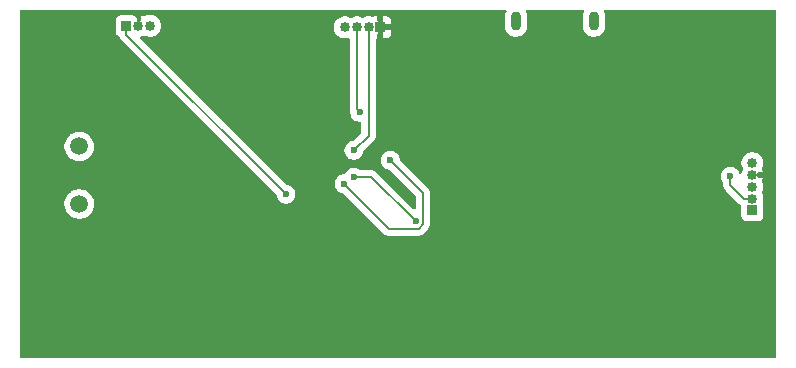
<source format=gbl>
%TF.GenerationSoftware,KiCad,Pcbnew,9.0.0*%
%TF.CreationDate,2025-08-08T17:30:59+02:00*%
%TF.ProjectId,audioVisualizer_PCB,61756469-6f56-4697-9375-616c697a6572,rev?*%
%TF.SameCoordinates,Original*%
%TF.FileFunction,Copper,L2,Bot*%
%TF.FilePolarity,Positive*%
%FSLAX46Y46*%
G04 Gerber Fmt 4.6, Leading zero omitted, Abs format (unit mm)*
G04 Created by KiCad (PCBNEW 9.0.0) date 2025-08-08 17:30:59*
%MOMM*%
%LPD*%
G01*
G04 APERTURE LIST*
%TA.AperFunction,HeatsinkPad*%
%ADD10O,0.900000X1.600000*%
%TD*%
%TA.AperFunction,ComponentPad*%
%ADD11R,0.850000X0.850000*%
%TD*%
%TA.AperFunction,ComponentPad*%
%ADD12O,0.850000X0.850000*%
%TD*%
%TA.AperFunction,ComponentPad*%
%ADD13C,1.500000*%
%TD*%
%TA.AperFunction,ViaPad*%
%ADD14C,0.600000*%
%TD*%
%TA.AperFunction,Conductor*%
%ADD15C,0.200000*%
%TD*%
G04 APERTURE END LIST*
D10*
%TO.P,J2,6,Shield*%
%TO.N,unconnected-(J2-Shield-Pad6)_4*%
X158600000Y-43000000D03*
%TO.N,unconnected-(J2-Shield-Pad6)_3*%
X152000000Y-43000000D03*
%TD*%
D11*
%TO.P,J1,1,Pin_1*%
%TO.N,/OUT*%
X119000000Y-43375000D03*
D12*
%TO.P,J1,2,Pin_2*%
%TO.N,GND*%
X120000000Y-43375000D03*
%TO.P,J1,3,Pin_3*%
%TO.N,+3.3V*%
X121000000Y-43375000D03*
%TD*%
D11*
%TO.P,J4,1,Pin_1*%
%TO.N,GND*%
X140500000Y-43500000D03*
D12*
%TO.P,J4,2,Pin_2*%
%TO.N,/SWDIO*%
X139500000Y-43500000D03*
%TO.P,J4,3,Pin_3*%
%TO.N,Net-(J4-Pin_3)*%
X138500000Y-43500000D03*
%TO.P,J4,4,Pin_4*%
%TO.N,VBUS*%
X137500000Y-43500000D03*
%TD*%
D13*
%TO.P,Y1,1,1*%
%TO.N,Net-(U1-PD1)*%
X115000000Y-58450000D03*
%TO.P,Y1,2,2*%
%TO.N,Net-(U1-PD0)*%
X115000000Y-53570000D03*
%TD*%
D11*
%TO.P,J3,1,Pin_1*%
%TO.N,/CLK*%
X172000000Y-59000000D03*
D12*
%TO.P,J3,2,Pin_2*%
%TO.N,/CS*%
X172000000Y-58000000D03*
%TO.P,J3,3,Pin_3*%
%TO.N,/DIN*%
X172000000Y-57000000D03*
%TO.P,J3,4,Pin_4*%
%TO.N,GND*%
X172000000Y-56000000D03*
%TO.P,J3,5,Pin_5*%
%TO.N,VBUS*%
X172000000Y-55000000D03*
%TD*%
D14*
%TO.N,Net-(J4-Pin_3)*%
X138747100Y-50696100D03*
%TO.N,/SWDIO*%
X138258700Y-53919000D03*
%TO.N,/CS*%
X137417900Y-56749600D03*
X141351300Y-54765000D03*
X170124500Y-56127000D03*
%TO.N,/CLK*%
X138255000Y-56192300D03*
X143482600Y-59938800D03*
%TO.N,/OUT*%
X132511200Y-57622500D03*
%TO.N,GND*%
X133500000Y-64500000D03*
X153872900Y-46877300D03*
X134587500Y-50327400D03*
X131023000Y-50629700D03*
X151720500Y-61987000D03*
X144345200Y-50362900D03*
X166705700Y-45535500D03*
X151809400Y-53956900D03*
X160030700Y-67913500D03*
X144457700Y-61987000D03*
X152525800Y-65122500D03*
X125010800Y-58518500D03*
X123472300Y-51167500D03*
X133765400Y-50199700D03*
X129212000Y-56779400D03*
X140743300Y-53876000D03*
%TD*%
D15*
%TO.N,Net-(J4-Pin_3)*%
X138500000Y-50449000D02*
X138747100Y-50696100D01*
X138500000Y-43500000D02*
X138500000Y-50449000D01*
%TO.N,/SWDIO*%
X139500000Y-52677700D02*
X139500000Y-43500000D01*
X138258700Y-53919000D02*
X139500000Y-52677700D01*
%TO.N,/CS*%
X170124500Y-56851200D02*
X171273300Y-58000000D01*
X170124500Y-56127000D02*
X170124500Y-56851200D01*
X172000000Y-58000000D02*
X171273300Y-58000000D01*
X144084300Y-57498000D02*
X141351300Y-54765000D01*
X144084300Y-60188000D02*
X144084300Y-57498000D01*
X143731800Y-60540500D02*
X144084300Y-60188000D01*
X141208800Y-60540500D02*
X143731800Y-60540500D01*
X137417900Y-56749600D02*
X141208800Y-60540500D01*
%TO.N,/CLK*%
X139736100Y-56192300D02*
X138255000Y-56192300D01*
X143482600Y-59938800D02*
X139736100Y-56192300D01*
%TO.N,/OUT*%
X119000000Y-44111300D02*
X132511200Y-57622500D01*
X119000000Y-43375000D02*
X119000000Y-44111300D01*
%TD*%
%TA.AperFunction,Conductor*%
%TO.N,GND*%
G36*
X151125876Y-42020185D02*
G01*
X151171631Y-42072989D01*
X151181575Y-42142147D01*
X151161939Y-42193391D01*
X151157681Y-42199762D01*
X151157676Y-42199771D01*
X151086027Y-42372748D01*
X151086025Y-42372756D01*
X151049500Y-42556379D01*
X151049500Y-43443620D01*
X151086025Y-43627243D01*
X151086027Y-43627251D01*
X151157676Y-43800228D01*
X151157681Y-43800237D01*
X151261697Y-43955907D01*
X151261700Y-43955911D01*
X151394088Y-44088299D01*
X151394092Y-44088302D01*
X151549762Y-44192318D01*
X151549771Y-44192323D01*
X151588476Y-44208355D01*
X151722749Y-44263973D01*
X151833050Y-44285913D01*
X151906379Y-44300499D01*
X151906383Y-44300500D01*
X151906384Y-44300500D01*
X152093617Y-44300500D01*
X152093618Y-44300499D01*
X152277251Y-44263973D01*
X152450231Y-44192322D01*
X152605908Y-44088302D01*
X152738302Y-43955908D01*
X152842322Y-43800231D01*
X152913973Y-43627251D01*
X152950500Y-43443616D01*
X152950500Y-42556384D01*
X152913973Y-42372749D01*
X152842322Y-42199769D01*
X152842321Y-42199768D01*
X152842318Y-42199762D01*
X152838061Y-42193391D01*
X152817183Y-42126714D01*
X152835667Y-42059333D01*
X152887646Y-42012643D01*
X152941163Y-42000500D01*
X157658837Y-42000500D01*
X157725876Y-42020185D01*
X157771631Y-42072989D01*
X157781575Y-42142147D01*
X157761939Y-42193391D01*
X157757681Y-42199762D01*
X157757676Y-42199771D01*
X157686027Y-42372748D01*
X157686025Y-42372756D01*
X157649500Y-42556379D01*
X157649500Y-43443620D01*
X157686025Y-43627243D01*
X157686027Y-43627251D01*
X157757676Y-43800228D01*
X157757681Y-43800237D01*
X157861697Y-43955907D01*
X157861700Y-43955911D01*
X157994088Y-44088299D01*
X157994092Y-44088302D01*
X158149762Y-44192318D01*
X158149771Y-44192323D01*
X158188476Y-44208355D01*
X158322749Y-44263973D01*
X158433050Y-44285913D01*
X158506379Y-44300499D01*
X158506383Y-44300500D01*
X158506384Y-44300500D01*
X158693617Y-44300500D01*
X158693618Y-44300499D01*
X158877251Y-44263973D01*
X159050231Y-44192322D01*
X159205908Y-44088302D01*
X159338302Y-43955908D01*
X159442322Y-43800231D01*
X159513973Y-43627251D01*
X159550500Y-43443616D01*
X159550500Y-42556384D01*
X159513973Y-42372749D01*
X159442322Y-42199769D01*
X159442321Y-42199768D01*
X159442318Y-42199762D01*
X159438061Y-42193391D01*
X159417183Y-42126714D01*
X159435667Y-42059333D01*
X159487646Y-42012643D01*
X159541163Y-42000500D01*
X173875500Y-42000500D01*
X173942539Y-42020185D01*
X173988294Y-42072989D01*
X173999500Y-42124500D01*
X173999500Y-71375500D01*
X173979815Y-71442539D01*
X173927011Y-71488294D01*
X173875500Y-71499500D01*
X110124500Y-71499500D01*
X110057461Y-71479815D01*
X110011706Y-71427011D01*
X110000500Y-71375500D01*
X110000500Y-58351577D01*
X113749500Y-58351577D01*
X113749500Y-58548422D01*
X113780290Y-58742826D01*
X113841117Y-58930029D01*
X113923017Y-59090765D01*
X113930476Y-59105405D01*
X114046172Y-59264646D01*
X114185354Y-59403828D01*
X114344595Y-59519524D01*
X114370027Y-59532482D01*
X114519970Y-59608882D01*
X114519972Y-59608882D01*
X114519975Y-59608884D01*
X114620317Y-59641487D01*
X114707173Y-59669709D01*
X114901578Y-59700500D01*
X114901583Y-59700500D01*
X115098422Y-59700500D01*
X115292826Y-59669709D01*
X115300154Y-59667328D01*
X115480025Y-59608884D01*
X115655405Y-59519524D01*
X115814646Y-59403828D01*
X115953828Y-59264646D01*
X116069524Y-59105405D01*
X116158884Y-58930025D01*
X116219709Y-58742826D01*
X116234378Y-58650211D01*
X116250500Y-58548422D01*
X116250500Y-58351577D01*
X116219709Y-58157173D01*
X116158882Y-57969970D01*
X116100810Y-57855997D01*
X116069524Y-57794595D01*
X115953828Y-57635354D01*
X115814646Y-57496172D01*
X115655405Y-57380476D01*
X115637565Y-57371386D01*
X115480029Y-57291117D01*
X115292826Y-57230290D01*
X115098422Y-57199500D01*
X115098417Y-57199500D01*
X114901583Y-57199500D01*
X114901578Y-57199500D01*
X114707173Y-57230290D01*
X114519970Y-57291117D01*
X114344594Y-57380476D01*
X114264892Y-57438384D01*
X114185354Y-57496172D01*
X114185352Y-57496174D01*
X114185351Y-57496174D01*
X114046174Y-57635351D01*
X114046174Y-57635352D01*
X114046172Y-57635354D01*
X114044860Y-57637160D01*
X113930476Y-57794594D01*
X113841117Y-57969970D01*
X113780290Y-58157173D01*
X113749500Y-58351577D01*
X110000500Y-58351577D01*
X110000500Y-53471577D01*
X113749500Y-53471577D01*
X113749500Y-53668422D01*
X113780290Y-53862826D01*
X113841117Y-54050029D01*
X113907255Y-54179831D01*
X113930476Y-54225405D01*
X114046172Y-54384646D01*
X114185354Y-54523828D01*
X114344595Y-54639524D01*
X114427455Y-54681743D01*
X114519970Y-54728882D01*
X114519972Y-54728882D01*
X114519975Y-54728884D01*
X114620317Y-54761487D01*
X114707173Y-54789709D01*
X114901578Y-54820500D01*
X114901583Y-54820500D01*
X115098422Y-54820500D01*
X115292826Y-54789709D01*
X115480025Y-54728884D01*
X115655405Y-54639524D01*
X115814646Y-54523828D01*
X115953828Y-54384646D01*
X116069524Y-54225405D01*
X116158884Y-54050025D01*
X116219709Y-53862826D01*
X116247793Y-53685510D01*
X116250500Y-53668422D01*
X116250500Y-53471577D01*
X116219709Y-53277173D01*
X116184374Y-53168426D01*
X116158884Y-53089975D01*
X116158882Y-53089972D01*
X116158882Y-53089970D01*
X116111743Y-52997455D01*
X116069524Y-52914595D01*
X115953828Y-52755354D01*
X115814646Y-52616172D01*
X115655405Y-52500476D01*
X115480029Y-52411117D01*
X115292826Y-52350290D01*
X115098422Y-52319500D01*
X115098417Y-52319500D01*
X114901583Y-52319500D01*
X114901578Y-52319500D01*
X114707173Y-52350290D01*
X114519970Y-52411117D01*
X114344594Y-52500476D01*
X114253741Y-52566485D01*
X114185354Y-52616172D01*
X114185352Y-52616174D01*
X114185351Y-52616174D01*
X114046174Y-52755351D01*
X114046174Y-52755352D01*
X114046172Y-52755354D01*
X114045153Y-52756757D01*
X113930476Y-52914594D01*
X113841117Y-53089970D01*
X113780290Y-53277173D01*
X113749500Y-53471577D01*
X110000500Y-53471577D01*
X110000500Y-42902135D01*
X118074500Y-42902135D01*
X118074500Y-43847870D01*
X118074501Y-43847876D01*
X118080908Y-43907483D01*
X118131202Y-44042328D01*
X118131206Y-44042335D01*
X118217452Y-44157544D01*
X118217455Y-44157547D01*
X118332664Y-44243793D01*
X118332669Y-44243796D01*
X118362931Y-44255083D01*
X118418864Y-44296952D01*
X118430425Y-44315645D01*
X118436100Y-44326953D01*
X118440423Y-44343085D01*
X118467471Y-44389933D01*
X118488005Y-44425500D01*
X118519479Y-44480014D01*
X118519481Y-44480017D01*
X118638349Y-44598885D01*
X118638355Y-44598890D01*
X131676625Y-57637160D01*
X131710110Y-57698483D01*
X131710561Y-57700649D01*
X131741461Y-57855991D01*
X131741464Y-57856001D01*
X131801802Y-58001672D01*
X131801809Y-58001685D01*
X131889410Y-58132788D01*
X131889413Y-58132792D01*
X132000907Y-58244286D01*
X132000911Y-58244289D01*
X132132014Y-58331890D01*
X132132027Y-58331897D01*
X132229411Y-58372234D01*
X132277703Y-58392237D01*
X132432353Y-58422999D01*
X132432356Y-58423000D01*
X132432358Y-58423000D01*
X132590044Y-58423000D01*
X132590045Y-58422999D01*
X132744697Y-58392237D01*
X132890379Y-58331894D01*
X133021489Y-58244289D01*
X133132989Y-58132789D01*
X133220594Y-58001679D01*
X133280937Y-57855997D01*
X133311700Y-57701342D01*
X133311700Y-57543658D01*
X133311700Y-57543655D01*
X133311699Y-57543653D01*
X133294858Y-57458990D01*
X133280937Y-57389003D01*
X133240392Y-57291117D01*
X133220597Y-57243327D01*
X133220590Y-57243314D01*
X133132989Y-57112211D01*
X133132986Y-57112207D01*
X133021492Y-57000713D01*
X133021488Y-57000710D01*
X132890385Y-56913109D01*
X132890372Y-56913102D01*
X132744701Y-56852764D01*
X132744691Y-56852761D01*
X132589349Y-56821861D01*
X132572592Y-56813095D01*
X132554114Y-56809076D01*
X132529077Y-56790333D01*
X132527438Y-56789476D01*
X132525860Y-56787925D01*
X132408688Y-56670753D01*
X136617400Y-56670753D01*
X136617400Y-56828446D01*
X136648161Y-56983089D01*
X136648164Y-56983101D01*
X136708502Y-57128772D01*
X136708509Y-57128785D01*
X136796110Y-57259888D01*
X136796113Y-57259892D01*
X136907607Y-57371386D01*
X136907611Y-57371389D01*
X137038714Y-57458990D01*
X137038727Y-57458997D01*
X137184398Y-57519335D01*
X137184403Y-57519337D01*
X137249047Y-57532195D01*
X137339749Y-57550238D01*
X137401660Y-57582623D01*
X137403239Y-57584174D01*
X140723939Y-60904874D01*
X140723949Y-60904885D01*
X140728279Y-60909215D01*
X140728280Y-60909216D01*
X140840084Y-61021020D01*
X140926895Y-61071139D01*
X140926897Y-61071141D01*
X140977013Y-61100076D01*
X140977015Y-61100077D01*
X141129742Y-61141000D01*
X141129743Y-61141000D01*
X143645131Y-61141000D01*
X143645147Y-61141001D01*
X143652743Y-61141001D01*
X143810854Y-61141001D01*
X143810857Y-61141001D01*
X143963585Y-61100077D01*
X144013704Y-61071139D01*
X144100516Y-61021020D01*
X144212320Y-60909216D01*
X144212320Y-60909214D01*
X144222528Y-60899007D01*
X144222530Y-60899004D01*
X144442806Y-60678728D01*
X144442811Y-60678724D01*
X144453014Y-60668520D01*
X144453016Y-60668520D01*
X144564820Y-60556716D01*
X144629852Y-60444076D01*
X144643877Y-60419785D01*
X144684800Y-60267058D01*
X144684800Y-60108943D01*
X144684800Y-57587060D01*
X144684801Y-57587047D01*
X144684801Y-57418944D01*
X144676777Y-57388998D01*
X144643877Y-57266216D01*
X144605359Y-57199500D01*
X144564824Y-57129290D01*
X144564821Y-57129286D01*
X144564820Y-57129284D01*
X143483689Y-56048153D01*
X169324000Y-56048153D01*
X169324000Y-56205846D01*
X169354761Y-56360489D01*
X169354764Y-56360501D01*
X169415102Y-56506172D01*
X169415109Y-56506185D01*
X169503102Y-56637874D01*
X169508752Y-56655920D01*
X169518977Y-56671830D01*
X169523428Y-56702789D01*
X169523980Y-56704551D01*
X169524000Y-56706765D01*
X169524000Y-56764530D01*
X169523999Y-56764548D01*
X169523999Y-56930254D01*
X169523998Y-56930254D01*
X169564924Y-57082989D01*
X169564925Y-57082990D01*
X169591653Y-57129283D01*
X169591654Y-57129284D01*
X169632193Y-57199500D01*
X169643979Y-57219914D01*
X169643981Y-57219917D01*
X169762849Y-57338785D01*
X169762854Y-57338789D01*
X170904584Y-58480520D01*
X171012501Y-58542825D01*
X171060715Y-58593390D01*
X171074500Y-58650211D01*
X171074500Y-59472870D01*
X171074501Y-59472876D01*
X171080908Y-59532483D01*
X171131202Y-59667328D01*
X171131206Y-59667335D01*
X171217452Y-59782544D01*
X171217455Y-59782547D01*
X171332664Y-59868793D01*
X171332671Y-59868797D01*
X171467517Y-59919091D01*
X171467516Y-59919091D01*
X171474444Y-59919835D01*
X171527127Y-59925500D01*
X172472872Y-59925499D01*
X172532483Y-59919091D01*
X172667331Y-59868796D01*
X172782546Y-59782546D01*
X172868796Y-59667331D01*
X172919091Y-59532483D01*
X172925500Y-59472873D01*
X172925499Y-58527128D01*
X172919091Y-58467517D01*
X172883551Y-58372231D01*
X172878568Y-58302542D01*
X172885173Y-58281447D01*
X172889933Y-58269958D01*
X172917218Y-58132789D01*
X172925500Y-58091156D01*
X172925500Y-57908843D01*
X172889934Y-57730047D01*
X172889933Y-57730046D01*
X172889933Y-57730042D01*
X172876861Y-57698483D01*
X172820169Y-57561615D01*
X172818482Y-57558459D01*
X172818097Y-57556613D01*
X172817836Y-57555982D01*
X172817955Y-57555932D01*
X172804236Y-57490057D01*
X172818482Y-57441541D01*
X172820163Y-57438394D01*
X172820167Y-57438389D01*
X172889933Y-57269958D01*
X172917915Y-57129285D01*
X172925500Y-57091156D01*
X172925500Y-56908843D01*
X172889934Y-56730047D01*
X172889933Y-56730046D01*
X172889933Y-56730042D01*
X172889931Y-56730037D01*
X172820170Y-56561617D01*
X172818193Y-56557918D01*
X172803953Y-56489515D01*
X172818199Y-56441005D01*
X172819730Y-56438140D01*
X172889451Y-56269817D01*
X172889454Y-56269805D01*
X172893394Y-56250000D01*
X172581016Y-56250000D01*
X172513977Y-56230315D01*
X172512157Y-56229123D01*
X172438389Y-56179833D01*
X172438388Y-56179832D01*
X172438386Y-56179831D01*
X172280808Y-56114561D01*
X172237575Y-56079722D01*
X172250000Y-56049728D01*
X172250000Y-55950272D01*
X172238051Y-55921426D01*
X172272755Y-55889116D01*
X172280808Y-55885439D01*
X172380184Y-55844276D01*
X172438389Y-55820167D01*
X172512126Y-55770897D01*
X172578803Y-55750020D01*
X172581016Y-55750000D01*
X172893394Y-55750000D01*
X172889454Y-55730194D01*
X172889451Y-55730182D01*
X172819728Y-55561854D01*
X172818198Y-55558992D01*
X172817849Y-55557318D01*
X172817394Y-55556219D01*
X172817602Y-55556132D01*
X172803951Y-55490590D01*
X172818203Y-55442061D01*
X172820160Y-55438399D01*
X172820167Y-55438389D01*
X172889933Y-55269958D01*
X172901572Y-55211445D01*
X172925500Y-55091156D01*
X172925500Y-54908843D01*
X172889934Y-54730047D01*
X172889933Y-54730046D01*
X172889933Y-54730042D01*
X172872939Y-54689014D01*
X172820168Y-54561612D01*
X172820166Y-54561608D01*
X172718886Y-54410032D01*
X172718880Y-54410024D01*
X172589975Y-54281119D01*
X172589967Y-54281113D01*
X172438391Y-54179833D01*
X172438387Y-54179831D01*
X172269962Y-54110068D01*
X172269952Y-54110065D01*
X172091156Y-54074500D01*
X172091154Y-54074500D01*
X171908846Y-54074500D01*
X171908844Y-54074500D01*
X171730047Y-54110065D01*
X171730037Y-54110068D01*
X171561612Y-54179831D01*
X171561608Y-54179833D01*
X171410032Y-54281113D01*
X171410024Y-54281119D01*
X171281119Y-54410024D01*
X171281113Y-54410032D01*
X171179833Y-54561608D01*
X171179831Y-54561612D01*
X171110068Y-54730037D01*
X171110065Y-54730047D01*
X171074500Y-54908843D01*
X171074500Y-54908846D01*
X171074500Y-55091154D01*
X171074500Y-55091156D01*
X171074499Y-55091156D01*
X171110065Y-55269952D01*
X171110068Y-55269962D01*
X171179833Y-55438390D01*
X171181808Y-55442086D01*
X171196046Y-55510489D01*
X171181811Y-55558972D01*
X171180278Y-55561839D01*
X171110547Y-55730186D01*
X171110545Y-55730191D01*
X171098171Y-55792400D01*
X171065785Y-55854310D01*
X171005069Y-55888884D01*
X170935299Y-55885143D01*
X170878628Y-55844276D01*
X170861994Y-55815662D01*
X170833894Y-55747821D01*
X170833890Y-55747814D01*
X170746289Y-55616711D01*
X170746286Y-55616707D01*
X170634792Y-55505213D01*
X170634788Y-55505210D01*
X170503685Y-55417609D01*
X170503672Y-55417602D01*
X170358001Y-55357264D01*
X170357989Y-55357261D01*
X170203345Y-55326500D01*
X170203342Y-55326500D01*
X170045658Y-55326500D01*
X170045655Y-55326500D01*
X169891010Y-55357261D01*
X169890998Y-55357264D01*
X169745327Y-55417602D01*
X169745314Y-55417609D01*
X169614211Y-55505210D01*
X169614207Y-55505213D01*
X169502713Y-55616707D01*
X169502710Y-55616711D01*
X169415109Y-55747814D01*
X169415102Y-55747827D01*
X169354764Y-55893498D01*
X169354761Y-55893510D01*
X169324000Y-56048153D01*
X143483689Y-56048153D01*
X142185873Y-54750337D01*
X142152388Y-54689014D01*
X142151937Y-54686847D01*
X142142524Y-54639523D01*
X142121037Y-54531503D01*
X142117857Y-54523825D01*
X142060697Y-54385827D01*
X142060690Y-54385814D01*
X141973089Y-54254711D01*
X141973086Y-54254707D01*
X141861592Y-54143213D01*
X141861588Y-54143210D01*
X141730485Y-54055609D01*
X141730472Y-54055602D01*
X141584801Y-53995264D01*
X141584789Y-53995261D01*
X141430145Y-53964500D01*
X141430142Y-53964500D01*
X141272458Y-53964500D01*
X141272455Y-53964500D01*
X141117810Y-53995261D01*
X141117798Y-53995264D01*
X140972127Y-54055602D01*
X140972114Y-54055609D01*
X140841011Y-54143210D01*
X140841007Y-54143213D01*
X140729513Y-54254707D01*
X140729510Y-54254711D01*
X140641909Y-54385814D01*
X140641902Y-54385827D01*
X140581564Y-54531498D01*
X140581561Y-54531510D01*
X140550800Y-54686153D01*
X140550800Y-54843846D01*
X140581561Y-54998489D01*
X140581564Y-54998501D01*
X140641902Y-55144172D01*
X140641909Y-55144185D01*
X140729510Y-55275288D01*
X140729513Y-55275292D01*
X140841007Y-55386786D01*
X140841011Y-55386789D01*
X140972114Y-55474390D01*
X140972127Y-55474397D01*
X141117798Y-55534735D01*
X141117803Y-55534737D01*
X141182447Y-55547595D01*
X141273149Y-55565638D01*
X141335060Y-55598023D01*
X141336639Y-55599574D01*
X143447481Y-57710416D01*
X143480966Y-57771739D01*
X143483800Y-57798097D01*
X143483800Y-58791403D01*
X143464115Y-58858442D01*
X143411311Y-58904197D01*
X143342153Y-58914141D01*
X143278597Y-58885116D01*
X143272119Y-58879084D01*
X140223690Y-55830655D01*
X140223688Y-55830652D01*
X140104817Y-55711781D01*
X140104816Y-55711780D01*
X140018004Y-55661660D01*
X140018004Y-55661659D01*
X140018000Y-55661658D01*
X139967885Y-55632723D01*
X139815157Y-55591799D01*
X139657043Y-55591799D01*
X139649447Y-55591799D01*
X139649431Y-55591800D01*
X138834766Y-55591800D01*
X138767727Y-55572115D01*
X138765875Y-55570902D01*
X138634185Y-55482909D01*
X138634172Y-55482902D01*
X138488501Y-55422564D01*
X138488489Y-55422561D01*
X138333845Y-55391800D01*
X138333842Y-55391800D01*
X138176158Y-55391800D01*
X138176155Y-55391800D01*
X138021510Y-55422561D01*
X138021498Y-55422564D01*
X137875827Y-55482902D01*
X137875814Y-55482909D01*
X137744711Y-55570510D01*
X137744707Y-55570513D01*
X137633213Y-55682007D01*
X137633210Y-55682011D01*
X137545609Y-55813114D01*
X137545607Y-55813118D01*
X137545606Y-55813121D01*
X137520987Y-55872554D01*
X137477149Y-55926955D01*
X137410855Y-55949021D01*
X137406428Y-55949100D01*
X137339055Y-55949100D01*
X137184410Y-55979861D01*
X137184398Y-55979864D01*
X137038727Y-56040202D01*
X137038714Y-56040209D01*
X136907611Y-56127810D01*
X136907607Y-56127813D01*
X136796113Y-56239307D01*
X136796110Y-56239311D01*
X136708509Y-56370414D01*
X136708502Y-56370427D01*
X136648164Y-56516098D01*
X136648161Y-56516110D01*
X136617400Y-56670753D01*
X132408688Y-56670753D01*
X120210796Y-44472861D01*
X120177311Y-44411538D01*
X120182295Y-44341846D01*
X120224167Y-44285913D01*
X120264501Y-44267938D01*
X120263981Y-44266222D01*
X120269817Y-44264451D01*
X120438140Y-44194730D01*
X120441005Y-44193199D01*
X120442679Y-44192850D01*
X120443781Y-44192394D01*
X120443867Y-44192602D01*
X120509407Y-44178952D01*
X120557918Y-44193193D01*
X120561617Y-44195170D01*
X120679005Y-44243793D01*
X120730042Y-44264933D01*
X120730046Y-44264933D01*
X120730047Y-44264934D01*
X120908843Y-44300500D01*
X120908846Y-44300500D01*
X121091156Y-44300500D01*
X121211445Y-44276572D01*
X121269958Y-44264933D01*
X121438389Y-44195167D01*
X121438391Y-44195166D01*
X121513672Y-44144864D01*
X121589972Y-44093883D01*
X121718883Y-43964972D01*
X121820167Y-43813389D01*
X121825619Y-43800228D01*
X121877718Y-43674447D01*
X121889933Y-43644958D01*
X121900635Y-43591156D01*
X136574499Y-43591156D01*
X136610065Y-43769952D01*
X136610068Y-43769962D01*
X136679831Y-43938387D01*
X136679833Y-43938391D01*
X136781113Y-44089967D01*
X136781119Y-44089975D01*
X136910024Y-44218880D01*
X136910032Y-44218886D01*
X137061608Y-44320166D01*
X137061612Y-44320168D01*
X137177945Y-44368354D01*
X137230042Y-44389933D01*
X137230046Y-44389933D01*
X137230047Y-44389934D01*
X137408843Y-44425500D01*
X137408846Y-44425500D01*
X137591156Y-44425500D01*
X137751308Y-44393643D01*
X137820900Y-44399870D01*
X137876077Y-44442733D01*
X137899322Y-44508622D01*
X137899500Y-44515260D01*
X137899500Y-50362330D01*
X137899499Y-50362348D01*
X137899499Y-50528054D01*
X137899498Y-50528054D01*
X137942375Y-50688068D01*
X137946600Y-50720162D01*
X137946600Y-50774946D01*
X137977361Y-50929589D01*
X137977364Y-50929601D01*
X138037702Y-51075272D01*
X138037709Y-51075285D01*
X138125310Y-51206388D01*
X138125313Y-51206392D01*
X138236807Y-51317886D01*
X138236811Y-51317889D01*
X138367914Y-51405490D01*
X138367927Y-51405497D01*
X138513598Y-51465835D01*
X138513603Y-51465837D01*
X138668253Y-51496599D01*
X138668256Y-51496600D01*
X138775500Y-51496600D01*
X138842539Y-51516285D01*
X138888294Y-51569089D01*
X138899500Y-51620600D01*
X138899500Y-52377603D01*
X138879815Y-52444642D01*
X138863181Y-52465284D01*
X138244039Y-53084425D01*
X138182716Y-53117910D01*
X138180550Y-53118361D01*
X138025208Y-53149261D01*
X138025198Y-53149264D01*
X137879527Y-53209602D01*
X137879514Y-53209609D01*
X137748411Y-53297210D01*
X137748407Y-53297213D01*
X137636913Y-53408707D01*
X137636910Y-53408711D01*
X137549309Y-53539814D01*
X137549302Y-53539827D01*
X137488964Y-53685498D01*
X137488961Y-53685510D01*
X137458200Y-53840153D01*
X137458200Y-53997846D01*
X137488961Y-54152489D01*
X137488964Y-54152501D01*
X137549302Y-54298172D01*
X137549309Y-54298185D01*
X137636910Y-54429288D01*
X137636913Y-54429292D01*
X137748407Y-54540786D01*
X137748411Y-54540789D01*
X137879514Y-54628390D01*
X137879527Y-54628397D01*
X138020640Y-54686847D01*
X138025203Y-54688737D01*
X138163590Y-54716264D01*
X138179853Y-54719499D01*
X138179856Y-54719500D01*
X138179858Y-54719500D01*
X138337544Y-54719500D01*
X138337545Y-54719499D01*
X138492197Y-54688737D01*
X138637879Y-54628394D01*
X138768989Y-54540789D01*
X138880489Y-54429289D01*
X138968094Y-54298179D01*
X139028437Y-54152497D01*
X139048820Y-54050025D01*
X139059338Y-53997150D01*
X139091723Y-53935239D01*
X139093220Y-53933714D01*
X139868713Y-53158221D01*
X139868716Y-53158220D01*
X139980520Y-53046416D01*
X140030639Y-52959604D01*
X140059577Y-52909485D01*
X140100500Y-52756758D01*
X140100500Y-52598643D01*
X140100500Y-44549000D01*
X140120185Y-44481961D01*
X140172989Y-44436206D01*
X140224500Y-44425000D01*
X140250000Y-44425000D01*
X140750000Y-44425000D01*
X140972828Y-44425000D01*
X140972844Y-44424999D01*
X141032372Y-44418598D01*
X141032379Y-44418596D01*
X141167086Y-44368354D01*
X141167093Y-44368350D01*
X141282187Y-44282190D01*
X141282190Y-44282187D01*
X141368350Y-44167093D01*
X141368354Y-44167086D01*
X141418596Y-44032379D01*
X141418598Y-44032372D01*
X141424999Y-43972844D01*
X141425000Y-43972827D01*
X141425000Y-43750000D01*
X140750000Y-43750000D01*
X140750000Y-44425000D01*
X140250000Y-44425000D01*
X140250000Y-44081016D01*
X140269685Y-44013977D01*
X140270898Y-44012125D01*
X140320167Y-43938389D01*
X140389933Y-43769958D01*
X140398193Y-43728428D01*
X140450272Y-43750000D01*
X140549728Y-43750000D01*
X140641614Y-43711940D01*
X140711940Y-43641614D01*
X140750000Y-43549728D01*
X140750000Y-43450272D01*
X140711940Y-43358386D01*
X140641614Y-43288060D01*
X140549728Y-43250000D01*
X140750000Y-43250000D01*
X141425000Y-43250000D01*
X141425000Y-43027172D01*
X141424999Y-43027155D01*
X141418598Y-42967627D01*
X141418596Y-42967620D01*
X141368354Y-42832913D01*
X141368350Y-42832906D01*
X141282190Y-42717812D01*
X141282187Y-42717809D01*
X141167093Y-42631649D01*
X141167086Y-42631645D01*
X141032379Y-42581403D01*
X141032372Y-42581401D01*
X140972844Y-42575000D01*
X140750000Y-42575000D01*
X140750000Y-43250000D01*
X140549728Y-43250000D01*
X140450272Y-43250000D01*
X140398193Y-43271571D01*
X140389934Y-43230047D01*
X140389933Y-43230046D01*
X140389933Y-43230042D01*
X140389931Y-43230037D01*
X140320169Y-43061614D01*
X140270897Y-42987873D01*
X140250020Y-42921196D01*
X140250000Y-42918983D01*
X140250000Y-42575000D01*
X140027155Y-42575000D01*
X139967627Y-42581401D01*
X139967616Y-42581403D01*
X139872909Y-42616727D01*
X139803218Y-42621711D01*
X139782127Y-42615107D01*
X139769962Y-42610068D01*
X139769952Y-42610065D01*
X139591156Y-42574500D01*
X139591154Y-42574500D01*
X139408846Y-42574500D01*
X139408844Y-42574500D01*
X139230047Y-42610065D01*
X139230041Y-42610067D01*
X139061605Y-42679835D01*
X139058444Y-42681525D01*
X139056600Y-42681908D01*
X139055984Y-42682164D01*
X139055935Y-42682047D01*
X138990040Y-42695761D01*
X138941556Y-42681525D01*
X138938394Y-42679835D01*
X138769958Y-42610067D01*
X138769952Y-42610065D01*
X138591156Y-42574500D01*
X138591154Y-42574500D01*
X138408846Y-42574500D01*
X138408844Y-42574500D01*
X138230047Y-42610065D01*
X138230041Y-42610067D01*
X138061605Y-42679835D01*
X138058444Y-42681525D01*
X138056600Y-42681908D01*
X138055984Y-42682164D01*
X138055935Y-42682047D01*
X137990040Y-42695761D01*
X137941556Y-42681525D01*
X137938394Y-42679835D01*
X137769958Y-42610067D01*
X137769952Y-42610065D01*
X137591156Y-42574500D01*
X137591154Y-42574500D01*
X137408846Y-42574500D01*
X137408844Y-42574500D01*
X137230047Y-42610065D01*
X137230037Y-42610068D01*
X137061612Y-42679831D01*
X137061608Y-42679833D01*
X136910032Y-42781113D01*
X136910024Y-42781119D01*
X136781119Y-42910024D01*
X136781113Y-42910032D01*
X136679833Y-43061608D01*
X136679831Y-43061612D01*
X136610068Y-43230037D01*
X136610065Y-43230047D01*
X136574500Y-43408843D01*
X136574500Y-43408846D01*
X136574500Y-43591154D01*
X136574500Y-43591156D01*
X136574499Y-43591156D01*
X121900635Y-43591156D01*
X121925500Y-43466154D01*
X121925500Y-43283846D01*
X121925500Y-43283843D01*
X121889934Y-43105047D01*
X121889933Y-43105046D01*
X121889933Y-43105042D01*
X121871944Y-43061612D01*
X121820168Y-42936612D01*
X121820166Y-42936608D01*
X121718886Y-42785032D01*
X121718880Y-42785024D01*
X121589975Y-42656119D01*
X121589967Y-42656113D01*
X121438391Y-42554833D01*
X121438387Y-42554831D01*
X121269962Y-42485068D01*
X121269952Y-42485065D01*
X121091156Y-42449500D01*
X121091154Y-42449500D01*
X120908846Y-42449500D01*
X120908844Y-42449500D01*
X120730047Y-42485065D01*
X120730041Y-42485067D01*
X120561607Y-42554834D01*
X120557909Y-42556811D01*
X120489505Y-42571045D01*
X120441022Y-42556808D01*
X120438157Y-42555276D01*
X120269812Y-42485546D01*
X120250000Y-42481604D01*
X120250000Y-42793983D01*
X120245897Y-42809369D01*
X120246576Y-42822923D01*
X120235579Y-42848066D01*
X120233538Y-42855721D01*
X120231440Y-42859374D01*
X120179833Y-42936611D01*
X120161009Y-42982056D01*
X120157037Y-42988975D01*
X120137336Y-43007851D01*
X120120219Y-43029093D01*
X120112479Y-43031669D01*
X120106588Y-43037314D01*
X120079808Y-43042542D01*
X120053925Y-43051158D01*
X120046020Y-43049140D01*
X120038013Y-43050704D01*
X120012661Y-43040626D01*
X119986226Y-43033879D01*
X119980665Y-43027907D01*
X119973086Y-43024894D01*
X119957208Y-43002712D01*
X119938615Y-42982742D01*
X119936496Y-42973776D01*
X119932418Y-42968079D01*
X119931683Y-42953407D01*
X119925499Y-42927237D01*
X119925499Y-42902129D01*
X119925498Y-42902123D01*
X119925497Y-42902116D01*
X119919091Y-42842517D01*
X119915506Y-42832906D01*
X119868797Y-42707671D01*
X119868793Y-42707664D01*
X119788969Y-42601033D01*
X119788967Y-42601032D01*
X119782546Y-42592454D01*
X119667331Y-42506204D01*
X119592817Y-42478412D01*
X119532482Y-42455908D01*
X119532483Y-42455908D01*
X119472883Y-42449501D01*
X119472881Y-42449500D01*
X119472873Y-42449500D01*
X119472864Y-42449500D01*
X118527129Y-42449500D01*
X118527123Y-42449501D01*
X118467516Y-42455908D01*
X118332671Y-42506202D01*
X118332664Y-42506206D01*
X118217455Y-42592452D01*
X118217452Y-42592455D01*
X118131206Y-42707664D01*
X118131202Y-42707671D01*
X118080908Y-42842517D01*
X118079489Y-42855721D01*
X118074501Y-42902123D01*
X118074500Y-42902135D01*
X110000500Y-42902135D01*
X110000500Y-42124500D01*
X110020185Y-42057461D01*
X110072989Y-42011706D01*
X110124500Y-42000500D01*
X151058837Y-42000500D01*
X151125876Y-42020185D01*
G37*
%TD.AperFunction*%
%TD*%
M02*

</source>
